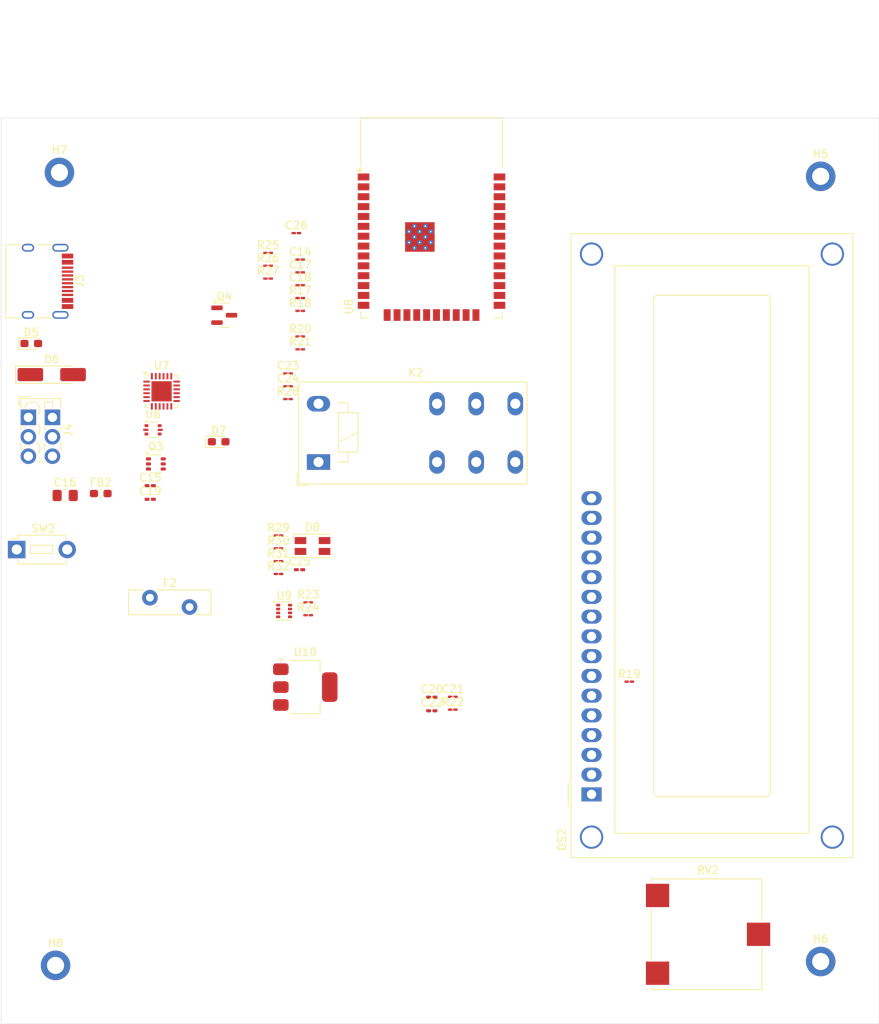
<source format=kicad_pcb>
(kicad_pcb (version 20240108) (generator "pcbnew") (generator_version "8.0")
  (layers (0 "F.Cu" signal) (31 "B.Cu" signal) (34 "B.Paste" user) (35 "F.Paste" user) (36 "B.SilkS" user "B.Silkscreen") (37 "F.SilkS" user "F.Silkscreen") (38 "B.Mask" user) (39 "F.Mask" user) (44 "Edge.Cuts" user))
  (net 0 "")
  (net 1 "+3.3V")
  (net 2 "Net-(U7-VPP)")
  (net 3 "EN")
  (net 4 "Net-(U10-VI)")
  (net 5 "Net-(U10-VO)")
  (net 6 "SW")
  (net 8 "Net-(D5-A)")
  (net 9 "Net-(D6-A)")
  (net 10 "Net-(D7-A)")
  (net 11 "Net-(D8-BK)")
  (net 12 "Net-(D8-RK)")
  (net 13 "Net-(D8-GK)")
  (net 14 "LCD_R{slash}W")
  (net 15 "DISP_6")
  (net 16 "DISP_5")
  (net 17 "LCD_E")
  (net 18 "DISP_3")
  (net 19 "DISP_7")
  (net 20 "LCD_RS")
  (net 21 "DISP_4")
  (net 22 "DISP_0")
  (net 23 "DISP_1")
  (net 24 "Net-(DS2-VO)")
  (net 25 "DISP_2")
  (net 26 "Net-(F2-Pad1)")
  (net 27 "Net-(J3-D+-PadA6)")
  (net 28 "Net-(J3-CC1)")
  (net 29 "Net-(J3-D--PadA7)")
  (net 32 "Net-(J3-CC2)")
  (net 33 "Net-(J4-Pin_1)")
  (net 34 "Net-(J4-Pin_3)")
  (net 35 "Net-(J4-Pin_2)")
  (net 36 "RTS")
  (net 37 "DTR")
  (net 38 "IO0")
  (net 39 "Net-(Q4-B)")
  (net 40 "Net-(U7-~{RST})")
  (net 41 "Net-(U7-TXD)")
  (net 42 "RX")
  (net 43 "Net-(U7-RXD)")
  (net 44 "TX")
  (net 45 "SDA")
  (net 46 "SCL")
  (net 47 "RELAY")
  (net 48 "/User_IO/LED_RED")
  (net 49 "/User_IO/LED_GREEN")
  (net 50 "/User_IO/LED_BLUE")
  (net 51 "Net-(U7-D-)")
  (net 52 "Net-(U7-D+)")
  (net 67 "LED_RED")
  (net 75 "LED_BLUE")
  (net 76 "LED_GREEN")
  (footprint "Resistor_SMD:R_01005_0402Metric_Pad0.57x0.30mm_HandSolder" (layer "F.Cu") (at 126.6975 100.15)
    (property "Reference" "R32" (at 0 -1 0) (layer "F.SilkS"))
    (property "Value" "10k")
    (pad "1" smd roundrect (at -0.3375 0) (size 0.575 0.3) (layers "F.Cu" "F.Mask") (net 50 "/User_IO/LED_BLUE"))
    (pad "2" smd roundrect (at 0.3375 0) (size 0.575 0.3) (layers "F.Cu" "F.Mask") (net 11 "Net-(D8-BK)"))
  )
  (footprint "Capacitor_SMD:C_01005_0402Metric_Pad0.57x0.30mm_HandSolder" (layer "F.Cu") (at 129.5 61.35)
    (property "Reference" "C17" (at 0 -1 0) (layer "F.SilkS"))
    (property "Value" "4u7")
    (pad "1" smd roundrect (at -0.3375 0) (size 0.575 0.3) (layers "F.Cu" "F.Mask") (net 2 "Net-(U7-VPP)"))
    (pad "2" smd roundrect (at 0.3375 0) (size 0.575 0.3) (layers "F.Cu" "F.Mask") (net 1 "+3.3V"))
  )
  (footprint "Resistor_SMD:R_01005_0402Metric_Pad0.57x0.30mm_HandSolder" (layer "F.Cu") (at 129.5 64.65)
    (property "Reference" "R17" (at 0 -1 0) (layer "F.SilkS"))
    (property "Value" "10k")
    (pad "1" smd roundrect (at -0.3375 0) (size 0.575 0.3) (layers "F.Cu" "F.Mask") (net 32 "Net-(J3-CC2)"))
    (pad "2" smd roundrect (at 0.3375 0) (size 0.575 0.3) (layers "F.Cu" "F.Mask") (net 1 "+3.3V"))
  )
  (footprint "LED_SMD:LED_0603_1608Metric_Pad1.05x0.95mm_HandSolder" (layer "F.Cu") (at 118.995 83.14)
    (property "Reference" "D7" (at 0 -1.43 0) (layer "F.SilkS"))
    (property "Value" "LED")
    (pad "1" smd roundrect (at -0.875 0) (size 1.05 0.95) (layers "F.Cu" "F.Paste" "F.Mask") (net 1 "+3.3V"))
    (pad "2" smd roundrect (at 0.875 0) (size 1.05 0.95) (layers "F.Cu" "F.Paste" "F.Mask") (net 10 "Net-(D7-A)"))
  )
  (footprint "MountingHole:MountingHole_2.2mm_M2_DIN965_Pad" (layer "F.Cu") (at 196.5 49)
    (property "Reference" "H5" (at 0 -2.9 0) (layer "F.SilkS"))
    (property "Value" "Hole_Pad")
    (pad "1" thru_hole circle (at 0 0) (size 3.8 3.8) (drill 2.2) (layers "*.Cu" "*.Mask") (net 1 "+3.3V"))
  )
  (footprint "Resistor_SMD:R_01005_0402Metric_Pad0.57x0.30mm_HandSolder" (layer "F.Cu") (at 126.6975 96.85)
    (property "Reference" "R30" (at 0 -1 0) (layer "F.SilkS"))
    (property "Value" "10k")
    (pad "1" smd roundrect (at -0.3375 0) (size 0.575 0.3) (layers "F.Cu" "F.Mask") (net 48 "/User_IO/LED_RED"))
    (pad "2" smd roundrect (at 0.3375 0) (size 0.575 0.3) (layers "F.Cu" "F.Mask") (net 12 "Net-(D8-RK)"))
  )
  (footprint "Button_Switch_THT:SW_PUSH_1P1T_6x3.5mm_H4.3_APEM_MJTP1243" (layer "F.Cu") (at 93 97)
    (property "Reference" "SW2" (at 3.42 -2.7 0) (layer "F.SilkS"))
    (property "Value" "SW_SPST")
    (pad "1" thru_hole rect (at 0 0 90) (size 2.25 2.25) (drill 1.3) (layers "*.Cu" "*.Mask") (net 1 "+3.3V"))
    (pad "2" thru_hole circle (at 6.5 0 90) (size 2.25 2.25) (drill 1.3) (layers "*.Cu" "*.Mask") (net 6 "SW"))
  )
  (footprint "Inductor_SMD:L_0603_1608Metric_Pad1.05x0.95mm_HandSolder" (layer "F.Cu") (at 103.82 89.8)
    (property "Reference" "FB2" (at 0 -1.43 0) (layer "F.SilkS"))
    (property "Value" "FerriteBead")
    (pad "1" smd roundrect (at -0.875 0) (size 1.05 0.95) (layers "F.Cu" "F.Paste" "F.Mask") (net 1 "+3.3V"))
    (pad "2" smd roundrect (at 0.875 0) (size 1.05 0.95) (layers "F.Cu" "F.Paste" "F.Mask") (net 26 "Net-(F2-Pad1)"))
  )
  (footprint "Package_TO_SOT_SMD:SOT-223-3_TabPin2" (layer "F.Cu") (at 130.15 114.7)
    (property "Reference" "U10" (at 0 -4.5 0) (layer "F.SilkS"))
    (property "Value" "LM1117MP-3.3")
    (pad "1" smd roundrect (at -3.15 -2.3) (size 2 1.5) (layers "F.Cu" "F.Paste" "F.Mask") (net 1 "+3.3V"))
    (pad "2" smd roundrect (at -3.15 0) (size 2 1.5) (layers "F.Cu" "F.Paste" "F.Mask") (net 5 "Net-(U10-VO)"))
    (pad "2" smd roundrect (at 3.15 0) (size 2 3.8) (layers "F.Cu" "F.Paste" "F.Mask") (net 5 "Net-(U10-VO)"))
    (pad "3" smd roundrect (at -3.15 2.3) (size 2 1.5) (layers "F.Cu" "F.Paste" "F.Mask") (net 4 "Net-(U10-VI)"))
  )
  (footprint "Package_DFN_QFN:QFN-24-1EP_4x4mm_P0.5mm_EP2.6x2.6mm" (layer "F.Cu") (at 111.65 76.65)
    (property "Reference" "U7" (at 0 -3.3 0) (layer "F.SilkS"))
    (property "Value" "CP2104")
    (pad "1" smd roundrect (at -1.9375 -1.25) (size 0.825 0.25) (layers "F.Cu" "F.Paste" "F.Mask"))
    (pad "2" smd roundrect (at -1.9375 -0.75) (size 0.825 0.25) (layers "F.Cu" "F.Paste" "F.Mask") (net 1 "+3.3V"))
    (pad "3" smd roundrect (at -1.9375 -0.25) (size 0.825 0.25) (layers "F.Cu" "F.Paste" "F.Mask") (net 52 "Net-(U7-D+)"))
    (pad "4" smd roundrect (at -1.9375 0.25) (size 0.825 0.25) (layers "F.Cu" "F.Paste" "F.Mask") (net 51 "Net-(U7-D-)"))
    (pad "5" smd roundrect (at -1.9375 0.75) (size 0.825 0.25) (layers "F.Cu" "F.Paste" "F.Mask") (net 1 "+3.3V"))
    (pad "6" smd roundrect (at -1.9375 1.25) (size 0.825 0.25) (layers "F.Cu" "F.Paste" "F.Mask") (net 1 "+3.3V"))
    (pad "7" smd roundrect (at -1.25 1.9375) (size 0.25 0.825) (layers "F.Cu" "F.Paste" "F.Mask") (net 1 "+3.3V"))
    (pad "8" smd roundrect (at -0.75 1.9375) (size 0.25 0.825) (layers "F.Cu" "F.Paste" "F.Mask") (net 1 "+3.3V"))
    (pad "9" smd roundrect (at -0.25 1.9375) (size 0.25 0.825) (layers "F.Cu" "F.Paste" "F.Mask") (net 40 "Net-(U7-~{RST})"))
    (pad "10" smd roundrect (at 0.25 1.9375) (size 0.25 0.825) (layers "F.Cu" "F.Paste" "F.Mask"))
    (pad "11" smd roundrect (at 0.75 1.9375) (size 0.25 0.825) (layers "F.Cu" "F.Paste" "F.Mask"))
    (pad "12" smd roundrect (at 1.25 1.9375) (size 0.25 0.825) (layers "F.Cu" "F.Paste" "F.Mask"))
    (pad "13" smd roundrect (at 1.9375 1.25) (size 0.825 0.25) (layers "F.Cu" "F.Paste" "F.Mask"))
    (pad "14" smd roundrect (at 1.9375 0.75) (size 0.825 0.25) (layers "F.Cu" "F.Paste" "F.Mask"))
    (pad "15" smd roundrect (at 1.9375 0.25) (size 0.825 0.25) (layers "F.Cu" "F.Paste" "F.Mask"))
    (pad "16" smd roundrect (at 1.9375 -0.25) (size 0.825 0.25) (layers "F.Cu" "F.Paste" "F.Mask") (net 2 "Net-(U7-VPP)"))
    (pad "17" smd roundrect (at 1.9375 -0.75) (size 0.825 0.25) (layers "F.Cu" "F.Paste" "F.Mask"))
    (pad "18" smd roundrect (at 1.9375 -1.25) (size 0.825 0.25) (layers "F.Cu" "F.Paste" "F.Mask"))
    (pad "19" smd roundrect (at 1.25 -1.9375) (size 0.25 0.825) (layers "F.Cu" "F.Paste" "F.Mask") (net 36 "RTS"))
    (pad "20" smd roundrect (at 0.75 -1.9375) (size 0.25 0.825) (layers "F.Cu" "F.Paste" "F.Mask") (net 43 "Net-(U7-RXD)"))
    (pad "21" smd roundrect (at 0.25 -1.9375) (size 0.25 0.825) (layers "F.Cu" "F.Paste" "F.Mask") (net 41 "Net-(U7-TXD)"))
    (pad "22" smd roundrect (at -0.25 -1.9375) (size 0.25 0.825) (layers "F.Cu" "F.Paste" "F.Mask"))
    (pad "23" smd roundrect (at -0.75 -1.9375) (size 0.25 0.825) (layers "F.Cu" "F.Paste" "F.Mask") (net 37 "DTR"))
    (pad "24" smd roundrect (at -1.25 -1.9375) (size 0.25 0.825) (layers "F.Cu" "F.Paste" "F.Mask"))
    (pad "25" smd rect (at 0 0) (size 2.6 2.6) (property pad_prop_heatsink) (layers "F.Cu" "F.Mask") (net 1 "+3.3V"))
  )
  (footprint "Resistor_SMD:R_01005_0402Metric_Pad0.57x0.30mm_HandSolder" (layer "F.Cu") (at 129.5 71.25)
    (property "Reference" "R21" (at 0 -1 0) (layer "F.SilkS"))
    (property "Value" "10k")
    (pad "1" smd roundrect (at -0.3375 0) (size 0.575 0.3) (layers "F.Cu" "F.Mask") (net 43 "Net-(U7-RXD)"))
    (pad "2" smd roundrect (at 0.3375 0) (size 0.575 0.3) (layers "F.Cu" "F.Mask") (net 44 "TX"))
  )
  (footprint "Connector_USB:USB_C_Receptacle_HRO_TYPE-C-31-M-12" (layer "F.Cu") (at 95.5 62.5 -90)
    (property "Reference" "J3" (at 0 -5.645 90) (layer "F.SilkS"))
    (property "Value" "USB_C_Receptacle_USB2.0_16P")
    (pad "" np_thru_hole circle (at -2.89 -2.6 270) (size 0.65 0.65) (drill 0.65) (layers "*.Cu" "*.Mask"))
    (pad "" np_thru_hole circle (at 2.89 -2.6 270) (size 0.65 0.65) (drill 0.65) (layers "*.Cu" "*.Mask"))
    (pad "A1" smd rect (at -3.25 -4.045 270) (size 0.6 1.45) (layers "F.Cu" "F.Paste" "F.Mask") (net 1 "+3.3V"))
    (pad "A4" smd rect (at -2.45 -4.045 270) (size 0.6 1.45) (layers "F.Cu" "F.Paste" "F.Mask") (net 1 "+3.3V"))
    (pad "A5" smd rect (at -1.25 -4.045 270) (size 0.3 1.45) (layers "F.Cu" "F.Paste" "F.Mask") (net 28 "Net-(J3-CC1)"))
    (pad "A6" smd rect (at -0.25 -4.045 270) (size 0.3 1.45) (layers "F.Cu" "F.Paste" "F.Mask") (net 27 "Net-(J3-D+-PadA6)"))
    (pad "A7" smd rect (at 0.25 -4.045 270) (size 0.3 1.45) (layers "F.Cu" "F.Paste" "F.Mask") (net 29 "Net-(J3-D--PadA7)"))
    (pad "A8" smd rect (at 1.25 -4.045 270) (size 0.3 1.45) (layers "F.Cu" "F.Paste" "F.Mask"))
    (pad "A9" smd rect (at 2.45 -4.045 270) (size 0.6 1.45) (layers "F.Cu" "F.Paste" "F.Mask") (net 1 "+3.3V"))
    (pad "A12" smd rect (at 3.25 -4.045 270) (size 0.6 1.45) (layers "F.Cu" "F.Paste" "F.Mask") (net 1 "+3.3V"))
    (pad "B1" smd rect (at 3.25 -4.045 270) (size 0.6 1.45) (layers "F.Cu" "F.Paste" "F.Mask") (net 1 "+3.3V"))
    (pad "B4" smd rect (at 2.45 -4.045 270) (size 0.6 1.45) (layers "F.Cu" "F.Paste" "F.Mask") (net 1 "+3.3V"))
    (pad "B5" smd rect (at 1.75 -4.045 270) (size 0.3 1.45) (layers "F.Cu" "F.Paste" "F.Mask") (net 32 "Net-(J3-CC2)"))
    (pad "B6" smd rect (at 0.75 -4.045 270) (size 0.3 1.45) (layers "F.Cu" "F.Paste" "F.Mask") (net 27 "Net-(J3-D+-PadA6)"))
    (pad "B7" smd rect (at -0.75 -4.045 270) (size 0.3 1.45) (layers "F.Cu" "F.Paste" "F.Mask") (net 29 "Net-(J3-D--PadA7)"))
    (pad "B8" smd rect (at -1.75 -4.045 270) (size 0.3 1.45) (layers "F.Cu" "F.Paste" "F.Mask"))
    (pad "B9" smd rect (at -2.45 -4.045 270) (size 0.6 1.45) (layers "F.Cu" "F.Paste" "F.Mask") (net 1 "+3.3V"))
    (pad "B12" smd rect (at -3.25 -4.045 270) (size 0.6 1.45) (layers "F.Cu" "F.Paste" "F.Mask") (net 1 "+3.3V"))
    (pad "S1" thru_hole oval (at -4.32 -3.13 270) (size 1 2.1) (drill oval 0.6 1.7) (layers "*.Cu" "*.Mask") (net 1 "+3.3V"))
    (pad "S1" thru_hole oval (at -4.32 1.05 270) (size 1 1.6) (drill oval 0.6 1.2) (layers "*.Cu" "*.Mask") (net 1 "+3.3V"))
    (pad "S1" thru_hole oval (at 4.32 -3.13 270) (size 1 2.1) (drill oval 0.6 1.7) (layers "*.Cu" "*.Mask") (net 1 "+3.3V"))
    (pad "S1" thru_hole oval (at 4.32 1.05 270) (size 1 1.6) (drill oval 0.6 1.2) (layers "*.Cu" "*.Mask") (net 1 "+3.3V"))
  )
  (footprint "Resistor_SMD:R_01005_0402Metric_Pad0.57x0.30mm_HandSolder" (layer "F.Cu") (at 129.5 66.3)
    (property "Reference" "R18" (at 0 -1 0) (layer "F.SilkS"))
    (property "Value" "10k")
    (pad "1" smd roundrect (at -0.3375 0) (size 0.575 0.3) (layers "F.Cu" "F.Mask") (net 28 "Net-(J3-CC1)"))
    (pad "2" smd roundrect (at 0.3375 0) (size 0.575 0.3) (layers "F.Cu" "F.Mask") (net 1 "+3.3V"))
  )
  (footprint "Capacitor_SMD:C_0201_0603Metric_Pad0.64x0.40mm_HandSolder" (layer "F.Cu") (at 146.4325 116)
    (property "Reference" "C20" (at 0 -1.05 0) (layer "F.SilkS"))
    (property "Value" "100n")
    (pad "1" smd roundrect (at -0.4075 0) (size 0.635 0.4) (layers "F.Cu" "F.Mask") (net 1 "+3.3V"))
    (pad "2" smd roundrect (at 0.4075 0) (size 0.635 0.4) (layers "F.Cu" "F.Mask") (net 3 "EN"))
  )
  (footprint "MountingHole:MountingHole_2.2mm_M2_DIN965_Pad" (layer "F.Cu") (at 98.5 48.5)
    (property "Reference" "H7" (at 0 -2.9 0) (layer "F.SilkS"))
    (property "Value" "Hole_Pad")
    (pad "1" thru_hole circle (at 0 0) (size 3.8 3.8) (drill 2.2) (layers "*.Cu" "*.Mask") (net 1 "+3.3V"))
  )
  (footprint "Resistor_SMD:R_01005_0402Metric_Pad0.57x0.30mm_HandSolder" (layer "F.Cu") (at 126.6975 98.5)
    (property "Reference" "R31" (at 0 -1 0) (layer "F.SilkS"))
    (property "Value" "10k")
    (pad "1" smd roundrect (at -0.3375 0) (size 0.575 0.3) (layers "F.Cu" "F.Mask") (net 49 "/User_IO/LED_GREEN"))
    (pad "2" smd roundrect (at 0.3375 0) (size 0.575 0.3) (layers "F.Cu" "F.Mask") (net 13 "Net-(D8-GK)"))
  )
  (footprint "Capacitor_SMD:C_01005_0402Metric_Pad0.57x0.30mm_HandSolder" (layer "F.Cu") (at 129.5 63)
    (property "Reference" "C18" (at 0 -1 0) (layer "F.SilkS"))
    (property "Value" "22u")
    (pad "1" smd roundrect (at -0.3375 0) (size 0.575 0.3) (layers "F.Cu" "F.Mask") (net 1 "+3.3V"))
    (pad "2" smd roundrect (at 0.3375 0) (size 0.575 0.3) (layers "F.Cu" "F.Mask") (net 1 "+3.3V"))
  )
  (footprint "Capacitor_SMD:C_0201_0603Metric_Pad0.64x0.40mm_HandSolder" (layer "F.Cu") (at 110.19 88.79)
    (property "Reference" "C15" (at 0 -1.05 0) (layer "F.SilkS"))
    (property "Value" "100n")
    (pad "1" smd roundrect (at -0.4075 0) (size 0.635 0.4) (layers "F.Cu" "F.Mask") (net 1 "+3.3V"))
    (pad "2" smd roundrect (at 0.4075 0) (size 0.635 0.4) (layers "F.Cu" "F.Mask") (net 1 "+3.3V"))
  )
  (footprint "Resistor_SMD:R_01005_0402Metric_Pad0.57x0.30mm_HandSolder" (layer "F.Cu") (at 130.5275 105.45)
    (property "Reference" "R24" (at 0 -1 0) (layer "F.SilkS"))
    (property "Value" "4K7")
    (pad "1" smd roundrect (at -0.3375 0) (size 0.575 0.3) (layers "F.Cu" "F.Mask") (net 1 "+3.3V"))
    (pad "2" smd roundrect (at 0.3375 0) (size 0.575 0.3) (layers "F.Cu" "F.Mask") (net 46 "SCL"))
  )
  (footprint "Resistor_SMD:R_01005_0402Metric_Pad0.57x0.30mm_HandSolder" (layer "F.Cu") (at 127.93 77.65)
    (property "Reference" "R28" (at 0 -1 0) (layer "F.SilkS"))
    (property "Value" "10k")
    (pad "1" smd roundrect (at -0.3375 0) (size 0.575 0.3) (layers "F.Cu" "F.Mask") (net 1 "+3.3V"))
    (pad "2" smd roundrect (at 0.3375 0) (size 0.575 0.3) (layers "F.Cu" "F.Mask") (net 10 "Net-(D7-A)"))
  )
  (footprint "Capacitor_SMD:C_01005_0402Metric_Pad0.57x0.30mm_HandSolder" (layer "F.Cu") (at 127.93 74.35)
    (property "Reference" "C23" (at 0 -1 0) (layer "F.SilkS"))
    (property "Value" "22u")
    (pad "1" smd roundrect (at -0.3375 0) (size 0.575 0.3) (layers "F.Cu" "F.Mask") (net 4 "Net-(U10-VI)"))
    (pad "2" smd roundrect (at 0.3375 0) (size 0.575 0.3) (layers "F.Cu" "F.Mask") (net 1 "+3.3V"))
  )
  (footprint "Capacitor_SMD:C_01005_0402Metric_Pad0.57x0.30mm_HandSolder" (layer "F.Cu") (at 127.93 76)
    (property "Reference" "C24" (at 0 -1 0) (layer "F.SilkS"))
    (property "Value" "22u")
    (pad "1" smd roundrect (at -0.3375 0) (size 0.575 0.3) (layers "F.Cu" "F.Mask") (net 5 "Net-(U10-VO)"))
    (pad "2" smd roundrect (at 0.3375 0) (size 0.575 0.3) (layers "F.Cu" "F.Mask") (net 1 "+3.3V"))
  )
  (footprint "MountingHole:MountingHole_2.2mm_M2_DIN965_Pad" (layer "F.Cu") (at 196.5 150)
    (property "Reference" "H6" (at 0 -2.9 0) (layer "F.SilkS"))
    (property "Value" "Hole_Pad")
    (pad "1" thru_hole circle (at 0 0) (size 3.8 3.8) (drill 2.2) (layers "*.Cu" "*.Mask") (net 1 "+3.3V"))
  )
  (footprint "Capacitor_SMD:C_01005_0402Metric_Pad0.57x0.30mm_HandSolder" (layer "F.Cu") (at 129 56.3)
    (property "Reference" "C26" (at 0 -1 0) (layer "F.SilkS"))
    (property "Value" "22u")
    (pad "1" smd roundrect (at -0.3375 0) (size 0.575 0.3) (layers "F.Cu" "F.Mask") (net 1 "+3.3V"))
    (pad "2" smd roundrect (at 0.3375 0) (size 0.575 0.3) (layers "F.Cu" "F.Mask") (net 1 "+3.3V"))
  )
  (footprint "LED_SMD:LED_0603_1608Metric_Pad1.05x0.95mm_HandSolder" (layer "F.Cu") (at 94.875 70.5)
    (property "Reference" "D5" (at 0 -1.43 360) (layer "F.SilkS"))
    (property "Value" "LED")
    (pad "1" smd roundrect (at -0.875 0) (size 1.05 0.95) (layers "F.Cu" "F.Paste" "F.Mask"))
    (pad "2" smd roundrect (at 0.875 0) (size 1.05 0.95) (layers "F.Cu" "F.Paste" "F.Mask") (net 8 "Net-(D5-A)"))
  )
  (footprint "Potentiometer_SMD:Potentiometer_ACP_CA14-VSMD_Vertical_Hole" (layer "F.Cu") (at 182 146.5)
    (property "Reference" "RV2" (at 0 -8.25 0) (layer "F.SilkS"))
    (property "Value" "R_Potentiometer")
    (pad "" np_thru_hole circle (at -0.2 0) (size 7 7) (drill 7) (layers "*.Cu" "*.Mask"))
    (pad "1" smd rect (at -6.5 5) (size 3 3) (layers "F.Cu" "F.Paste" "F.Mask") (net 1 "+3.3V"))
    (pad "2" smd rect (at 6.5 0) (size 3 3) (layers "F.Cu" "F.Paste" "F.Mask") (net 24 "Net-(DS2-VO)"))
    (pad "3" smd rect (at -6.5 -5) (size 3 3) (layers "F.Cu" "F.Paste" "F.Mask") (net 1 "+3.3V"))
  )
  (footprint "Resistor_SMD:R_01005_0402Metric_Pad0.57x0.30mm_HandSolder" (layer "F.Cu") (at 130.5275 103.8)
    (property "Reference" "R23" (at 0 -1 0) (layer "F.SilkS"))
    (property "Value" "4K7")
    (pad "1" smd roundrect (at -0.3375 0) (size 0.575 0.3) (layers "F.Cu" "F.Mask") (net 1 "+3.3V"))
    (pad "2" smd roundrect (at 0.3375 0) (size 0.575 0.3) (layers "F.Cu" "F.Mask") (net 45 "SDA"))
  )
  (footprint "LED_SMD:LED_RGB_Wuerth-PLCC4_3.2x2.8mm_150141M173100" (layer "F.Cu") (at 131.0775 96.55)
    (property "Reference" "D8" (at 0 -2.4 0) (layer "F.SilkS"))
    (property "Value" "LED_RGBA")
    (pad "1" smd rect (at 1.55 -0.7) (size 1.5 0.9) (layers "F.Cu" "F.Paste" "F.Mask") (net 12 "Net-(D8-RK)"))
    (pad "2" smd rect (at 1.55 0.7) (size 1.5 0.9) (layers "F.Cu" "F.Paste" "F.Mask") (net 13 "Net-(D8-GK)"))
    (pad "3" smd rect (at -1.55 -0.7) (size 1.5 0.9) (layers "F.Cu" "F.Paste" "F.Mask") (net 11 "Net-(D8-BK)"))
    (pad "4" smd rect (at -1.55 0.7) (size 1.5 0.9) (layers "F.Cu" "F.Paste" "F.Mask") (net 1 "+3.3V"))
  )
  (footprint "Package_TO_SOT_SMD:SOT-363_SC-70-6" (layer "F.Cu") (at 110.91 85.995)
    (property "Reference" "Q3" (at 0 -2.25 0) (layer "F.SilkS"))
    (property "Value" "UMH3N")
    (pad "1" smd roundrect (at -0.95 -0.65) (size 0.65 0.4) (layers "F.Cu" "F.Paste" "F.Mask") (net 37 "DTR"))
    (pad "2" smd roundrect (at -0.95 0) (size 0.65 0.4) (layers "F.Cu" "F.Paste" "F.Mask") (net 36 "RTS"))
    (pad "3" smd roundrect (at -0.95 0.65) (size 0.65 0.4) (layers "F.Cu" "F.Paste" "F.Mask") (net 36 "RTS"))
    (pad "4" smd roundrect (at 0.95 0.65) (size 0.65 0.4) (layers "F.Cu" "F.Paste" "F.Mask") (net 3 "EN"))
    (pad "5" smd roundrect (at 0.95 0) (size 0.65 0.4) (layers "F.Cu" "F.Paste" "F.Mask") (net 37 "DTR"))
    (pad "6" smd roundrect (at 0.95 -0.65) (size 0.65 0.4) (layers "F.Cu" "F.Paste" "F.Mask") (net 38 "IO0"))
  )
  (footprint "Diode_SMD:D_MiniMELF_Handsoldering" (layer "F.Cu") (at 97.5 74.5)
    (property "Reference" "D6" (at 0 -2 0) (layer "F.SilkS"))
    (property "Value" "LL4148")
    (pad "1" smd roundrect (at -2.75 0) (size 3.3 1.7) (layers "F.Cu" "F.Paste" "F.Mask") (roundrect_rratio 0.1470588235) (net 1 "+3.3V"))
    (pad "2" smd roundrect (at 2.75 0) (size 3.3 1.7) (layers "F.Cu" "F.Paste" "F.Mask") (roundrect_rratio 0.1470588235) (net 9 "Net-(D6-A)"))
  )
  (footprint "Package_TO_SOT_SMD:SOT-23" (layer "F.Cu") (at 119.72 66.865)
    (property "Reference" "Q4" (at 0 -2.4 0) (layer "F.SilkS"))
    (property "Value" "BC817")
    (pad "1" smd roundrect (at -0.9375 -0.95) (size 1.475 0.6) (layers "F.Cu" "F.Paste" "F.Mask") (net 39 "Net-(Q4-B)"))
    (pad "2" smd roundrect (at -0.9375 0.95) (size 1.475 0.6) (layers "F.Cu" "F.Paste" "F.Mask") (net 1 "+3.3V"))
    (pad "3" smd roundrect (at 0.9375 0) (size 1.475 0.6) (layers "F.Cu" "F.Paste" "F.Mask") (net 9 "Net-(D6-A)"))
  )
  (footprint "Relay_THT:Relay_SPDT_Schrack-RT1-16A-FormC_RM5mm" (layer "F.Cu") (at 131.85 85.75)
    (property "Reference" "K2" (at 12.5 -11.5 0) (layer "F.SilkS"))
    (property "Value" "Relay_SPDT")
    (pad "11" thru_hole oval (at 20.3 -7.5 180) (size 2 3) (drill 1.3) (layers "*.Cu" "*.Mask") (net 35 "Net-(J4-Pin_2)"))
    (pad "11" thru_hole oval (at 20.3 0 180) (size 2 3) (drill 1.3) (layers "*.Cu" "*.Mask") (net 35 "Net-(J4-Pin_2)"))
    (pad "12" thru_hole oval (at 15.26 -7.5 180) (size 2 3) (drill 1.3) (layers "*.Cu" "*.Mask") (net 33 "Net-(J4-Pin_1)"))
    (pad "12" thru_hole oval (at 15.26 0 180) (size 2 3) (drill 1.3) (layers "*.Cu" "*.Mask") (net 33 "Net-(J4-Pin_1)"))
    (pad "14" thru_hole oval (at 25.34 -7.5 180) (size 2 3) (drill 1.3) (layers "*.Cu" "*.Mask") (net 34 "Net-(J4-Pin_3)"))
    (pad "14" thru_hole oval (at 25.34 0 180) (size 2 3) (drill 1.3) (layers "*.Cu" "*.Mask") (net 34 "Net-(J4-Pin_3)"))
    (pad "A1" thru_hole rect (at 0 0 180) (size 3 2) (drill 1.3) (layers "*.Cu" "*.Mask") (net 1 "+3.3V"))
    (pad "A2" thru_hole oval (at 0 -7.5 180) (size 3 2) (drill 1.3) (layers "*.Cu" "*.Mask") (net 9 "Net-(D6-A)"))
  )
  (footprint "Capacitor_SMD:C_01005_0402Metric_Pad0.57x0.30mm_HandSolder" (layer "F.Cu") (at 149.1425 115.95)
    (property "Reference" "C21" (at 0 -1 0) (layer "F.SilkS"))
    (property "Value" "22u")
    (pad "1" smd roundrect (at -0.3375 0) (size 0.575 0.3) (layers "F.Cu" "F.Mask") (net 1 "+3.3V"))
    (pad "2" smd roundrect (at 0.3375 0) (size 0.575 0.3) (layers "F.Cu" "F.Mask") (net 1 "+3.3V"))
  )
  (footprint "Capacitor_SMD:C_0201_0603Metric_Pad0.64x0.40mm_HandSolder" (layer "F.Cu") (at 146.4325 117.75)
    (property "Reference" "C22" (at 0 -1.05 0) (layer "F.SilkS"))
    (property "Value" "100n")
    (pad "1" smd roundrect (at -0.4075 0) (size 0.635 0.4) (layers "F.Cu" "F.Mask") (net 1 "+3.3V"))
    (pad "2" smd roundrect (at 0.4075 0) (size 0.635 0.4) (layers "F.Cu" "F.Mask") (net 1 "+3.3V"))
  )
  (footprint "Capacitor_SMD:C_0805_2012Metric_Pad1.18x1.45mm_HandSolder" (layer "F.Cu") (at 99.24 90.05)
    (property "Reference" "C16" (at 0 -1.68 0) (layer "F.SilkS"))
    (property "Value" "4u7")
    (pad "1" smd roundrect (at -1.0375 0) (size 1.175 1.45) (layers "F.Cu" "F.Paste" "F.Mask") (roundrect_rratio 0.212766) (net 1 "+3.3V"))
    (pad "2" smd roundrect (at 1.0375 0) (size 1.175 1.45) (layers "F.Cu" "F.Paste" "F.Mask") (roundrect_rratio 0.212766) (net 1 "+3.3V"))
  )
  (footprint "TerminalBlock_Phoenix:TerminalBlock_Phoenix_PTSM-0,5-3-2.5-V-THR_1x03_P2.50mm_Vertical" (layer "F.Cu") (at 94.5 80 -90)
    (property "Reference" "J4" (at 1.65 -5.16 90) (layer "F.SilkS"))
    (property "Value" "Screw_Terminal_01x03")
    (pad "1" thru_hole rect (at 0 -3.1 270) (size 2 2) (drill 1.2) (layers "*.Cu" "*.Mask") (net 33 "Net-(J4-Pin_1)"))
    (pad "1" thru_hole rect (at 0 0 270) (size 2 2) (drill 1.2) (layers "*.Cu" "*.Mask") (net 33 "Net-(J4-Pin_1)"))
    (pad "2" thru_hole circle (at 2.5 -3.1 270) (size 2 2) (drill 1.2) (layers "*.Cu" "*.Mask") (net 35 "Net-(J4-Pin_2)"))
    (pad "2" thru_hole circle (at 2.5 0 270) (size 2 2) (drill 1.2) (layers "*.Cu" "*.Mask") (net 35 "Net-(J4-Pin_2)"))
    (pad "3" thru_hole circle (at 5 -3.1 270) (size 2 2) (drill 1.2) (layers "*.Cu" "*.Mask") (net 34 "Net-(J4-Pin_3)"))
    (pad "3" thru_hole circle (at 5 0 270) (size 2 2) (drill 1.2) (layers "*.Cu" "*.Mask") (net 34 "Net-(J4-Pin_3)"))
  )
  (footprint "Resistor_SMD:R_01005_0402Metric_Pad0.57x0.30mm_HandSolder" (layer "F.Cu") (at 129.5 69.6)
    (property "Reference" "R20" (at 0 -1 0) (layer "F.SilkS"))
    (property "Value" "10k")
    (pad "1" smd roundrect (at -0.3375 0) (size 0.575 0.3) (layers "F.Cu" "F.Mask") (net 41 "Net-(U7-TXD)"))
    (pad "2" smd roundrect (at 0.3375 0) (size 0.575 0.3) (layers "F.Cu" "F.Mask") (net 42 "RX"))
  )
  (footprint "RF_Module:ESP32-WROOM-32D" (layer "F.Cu") (at 146.4 57.33)
    (property "Reference" "U8" (at -10.61 8.43 90) (layer "F.SilkS"))
    (property "Value" "ESP32-WROOM-32D")
    (pad "1" smd rect (at -8.75 -8.25) (size 1.5 0.9) (layers "F.Cu" "F.Paste" "F.Mask") (net 1 "+3.3V"))
    (pad "2" smd rect (at -8.75 -6.98) (size 1.5 0.9) (layers "F.Cu" "F.Paste" "F.Mask") (net 1 "+3.3V"))
    (pad "3" smd rect (at -8.75 -5.71) (size 1.5 0.9) (layers "F.Cu" "F.Paste" "F.Mask") (net 3 "EN"))
    (pad "4" smd rect (at -8.75 -4.44) (size 1.5 0.9) (layers "F.Cu" "F.Paste" "F.Mask"))
    (pad "5" smd rect (at -8.75 -3.17) (size 1.5 0.9) (layers "F.Cu" "F.Paste" "F.Mask"))
    (pad "6" smd rect (at -8.75 -1.9) (size 1.5 0.9) (layers "F.Cu" "F.Paste" "F.Mask") (net 46 "SCL"))
    (pad "7" smd rect (at -8.75 -0.63) (size 1.5 0.9) (layers "F.Cu" "F.Paste" "F.Mask") (net 47 "RELAY"))
    (pad "8" smd rect (at -8.75 0.64) (size 1.5 0.9) (layers "F.Cu" "F.Paste" "F.Mask") (net 6 "SW"))
    (pad "9" smd rect (at -8.75 1.91) (size 1.5 0.9) (layers "F.Cu" "F.Paste" "F.Mask") (net 45 "SDA"))
    (pad "10" smd rect (at -8.75 3.18) (size 1.5 0.9) (layers "F.Cu" "F.Paste" "F.Mask") (net 25 "DISP_2"))
    (pad "11" smd rect (at -8.75 4.45) (size 1.5 0.9) (layers "F.Cu" "F.Paste" "F.Mask") (net 23 "DISP_1"))
    (pad "12" smd rect (at -8.75 5.72) (size 1.5 0.9) (layers "F.Cu" "F.Paste" "F.Mask") (net 22 "DISP_0"))
    (pad "13" smd rect (at -8.75 6.99) (size 1.5 0.9) (layers "F.Cu" "F.Paste" "F.Mask") (net 76 "LED_GREEN"))
    (pad "14" smd rect (at -8.75 8.26) (size 1.5 0.9) (layers "F.Cu" "F.Paste" "F.Mask"))
    (pad "15" smd rect (at -5.71 9.51 90) (size 1.5 0.9) (layers "F.Cu" "F.Paste" "F.Mask") (net 1 "+3.3V"))
    (pad "16" smd rect (at -4.44 9.51 90) (size 1.5 0.9) (layers "F.Cu" "F.Paste" "F.Mask") (net 67 "LED_RED"))
    (pad "17" smd rect (at -3.17 9.51 90) (size 1.5 0.9) (layers "F.Cu" "F.Paste" "F.Mask"))
    (pad "18" smd rect (at -1.9 9.51 90) (size 1.5 0.9) (layers "F.Cu" "F.Paste" "F.Mask"))
    (pad "19" smd rect (at -0.63 9.51 90) (size 1.5 0.9) (layers "F.Cu" "F.Paste" "F.Mask"))
    (pad "20" smd rect (at 0.64 9.51 90) (size 1.5 0.9) (layers "F.Cu" "F.Paste" "F.Mask"))
    (pad "21" smd rect (at 1.91 9.51 90) (size 1.5 0.9) (layers "F.Cu" "F.Paste" "F.Mask"))
    (pad "22" smd rect (at 3.18 9.51 90) (size 1.5 0.9) (layers "F.Cu" "F.Paste" "F.Mask"))
    (pad "23" smd rect (at 4.45 9.51 90) (size 1.5 0.9) (layers "F.Cu" "F.Paste" "F.Mask") (net 75 "LED_BLUE"))
    (pad "24" smd rect (at 5.72 9.51 90) (size 1.5 0.9) (layers "F.Cu" "F.Paste" "F.Mask"))
    (pad "25" smd rect (at 8.75 8.26) (size 1.5 0.9) (layers "F.Cu" "F.Paste" "F.Mask") (net 38 "IO0"))
    (pad "26" smd rect (at 8.75 6.99) (size 1.5 0.9) (layers "F.Cu" "F.Paste" "F.Mask") (net 17 "LCD_E"))
    (pad "27" smd rect (at 8.75 5.72) (size 1.5 0.9) (layers "F.Cu" "F.Paste" "F.Mask") (net 20 "LCD_RS"))
    (pad "28" smd rect (at 8.75 4.45) (size 1.5 0.9) (layers "F.Cu" "F.Paste" "F.Mask") (net 14 "LCD_R{slash}W"))
    (pad "29" smd rect (at 8.75 3.18) (size 1.5 0.9) (layers "F.Cu" "F.Paste" "F.Mask"))
    (pad "30" smd rect (at 8.75 1.91) (size 1.5 0.9) (layers "F.Cu" "F.Paste" "F.Mask") (net 19 "DISP_7"))
    (pad "31" smd rect (at 8.75 0.64) (size 1.5 0.9) (layers "F.Cu" "F.Paste" "F.Mask") (net 15 "DISP_6"))
    (pad "32" smd rect (at 8.75 -0.63) (size 1.5 0.9) (layers "F.Cu" "F.Paste" "F.Mask"))
    (pad "33" smd rect (at 8.75 -1.9) (size 1.5 0.9) (layers "F.Cu" "F.Paste" "F.Mask") (net 16 "DISP_5"))
    (pad "34" smd rect (at 8.75 -3.17) (size 1.5 0.9) (layers "F.Cu" "F.Paste" "F.Mask") (net 44 "TX"))
    (pad "35" smd rect (at 8.75 -4.44) (size 1.5 0.9) (layers "F.Cu" "F.Paste" "F.Mask") (net 42 "RX"))
    (pad "36" smd rect (at 8.75 -5.71) (size 1.5 0.9) (layers "F.Cu" "F.Paste" "F.Mask") (net 21 "DISP_4"))
    (pad "37" smd rect (at 8.75 -6.98) (size 1.5 0.9) (layers "F.Cu" "F.Paste" "F.Mask") (net 18 "DISP_3"))
    (pad "38" smd rect (at 8.75 -8.25) (size 1.5 0.9) (layers "F.Cu" "F.Paste" "F.Mask") (net 1 "+3.3V"))
    (pad "39" smd rect (at -2.9 -1.93) (size 0.9 0.9) (layers "F.Cu" "F.Paste") (net 1 "+3.3V"))
    (pad "39" thru_hole circle (at -2.9 -1.23) (size 0.6 0.6) (drill 0.2) (property pad_prop_heatsink) (layers "*.Cu" "F.Mask") (net 1 "+3.3V"))
    (pad "39" smd rect (at -2.9 -0.53) (size 0.9 0.9) (layers "F.Cu" "F.Paste") (net 1 "+3.3V"))
    (pad "39" thru_hole circle (at -2.9 0.17) (size 0.6 0.6) (drill 0.2) (property pad_prop_heatsink) (layers "*.Cu" "F.Mask") (net 1 "+3.3V"))
    (pad "39" smd rect (at -2.9 0.87) (size 0.9 0.9) (layers "F.Cu" "F.Paste") (net 1 "+3.3V"))
    (pad "39" thru_hole circle (at -2.2 -1.93) (size 0.6 0.6) (drill 0.2) (property pad_prop_heatsink) (layers "*.Cu" "F.Mask") (net 1 "+3.3V"))
    (pad "39" thru_hole circle (at -2.2 -0.53) (size 0.6 0.6) (drill 0.2) (property pad_prop_heatsink) (layers "*.Cu" "F.Mask") (net 1 "+3.3V"))
    (pad "39" thru_hole circle (at -2.2 0.87) (size 0.6 0.6) (drill 0.2) (property pad_prop_heatsink) (layers "*.Cu" "F.Mask") (net 1 "+3.3V"))
    (pad "39" thru_hole circle (at -1.525 -1.23) (size 0.6 0.6) (drill 0.2) (property pad_prop_heatsink) (layers "*.Cu" "F.Mask") (net 1 "+3.3V"))
    (pad "39" thru_hole circle (at -1.525 0.17) (size 0.6 0.6) (drill 0.2) (property pad_prop_heatsink) (layers "*.Cu" "F.Mask") (net 1 "+3.3V"))
    (pad "39" smd rect (at -1.5 -1.93) (size 0.9 0.9) (layers "F.Cu" "F.Paste") (net 1 "+3.3V"))
    (pad "39" smd rect (at -1.5 -0.53) (size 0.9 0.9) (layers "F.Cu" "F.Paste") (net 1 "+3.3V"))
    (pad "39" smd rect (at -1.5 -0.53) (size 3.8 3.8) (layers "F.Cu" "F.Mask") (net 1 "+3.3V"))
    (pad "39" smd rect (at -1.5 0.87) (size 0.9 0.9) (layers "F.Cu" "F.Paste") (net 1 "+3.3V"))
    (pad "39" thru_hole circle (at -0.8 -1.93) (size 0.6 0.6) (drill 0.2) (property pad_prop_heatsink) (layers "*.Cu" "F.Mask") (net 1 "+3.3V"))
    (pad "39" thru_hole circle (at -0.8 -0.53) (size 0.6 0.6) (drill 0.2) (property pad_prop_heatsink) (layers "*.Cu" "F.Mask") (net 1 "+3.3V"))
    (pad "39" thru_hole circle (at -0.8 0.87) (size 0.6 0.6) (drill 0.2) (property pad_prop_heatsink) (layers "*.Cu" "F.Mask") (net 1 "+3.3V"))
    (pad "39" smd rect (at -0.1 -1.93) (size 0.9 0.9) (layers "F.Cu" "F.Paste") (net 1 "+3.3V"))
    (pad "39" thru_hole circle (at -0.1 -1.23) (size 0.6 0.6) (drill 0.2) (property pad_prop_heatsink) (layers "*.Cu" "F.Mask") (net 1 "+3.3V"))
    (pad "39" smd rect (at -0.1 -0.53) (size 0.9 0.9) (layers "F.Cu" "F.Paste") (net 1 "+3.3V"))
    (pad "39" thru_hole circle (at -0.1 0.17) (size 0.6 0.6) (drill 0.2) (property pad_prop_heatsink) (layers "*.Cu" "F.Mask") (net 1 "+3.3V"))
    (pad "39" smd rect (at -0.1 0.87) (size 0.9 0.9) (layers "F.Cu" "F.Paste") (net 1 "+3.3V"))
  )
  (footprint "Fuse:Fuse_Bourns_MF-RG500" (layer "F.Cu") (at 110.15 103.2)
    (property "Reference" "F2" (at 2.55 -1.9 0) (layer "F.SilkS"))
    (property "Value" "Polyfuse")
    (pad "1" thru_hole circle (at 0 0) (size 2.01 2.01) (drill 1.01) (layers "*.Cu" "*.Mask") (net 26 "Net-(F2-Pad1)"))
    (pad "2" thru_hole circle (at 5.1 1.2) (size 2.01 2.01) (drill 1.01) (layers "*.Cu" "*.Mask") (net 1 "+3.3V"))
  )
  (footprint "Resistor_SMD:R_01005_0402Metric_Pad0.57x0.30mm_HandSolder" (layer "F.Cu") (at 125.3625 58.85)
    (property "Reference" "R25" (at 0 -1 0) (layer "F.SilkS"))
    (property "Value" "4K7")
    (pad "1" smd roundrect (at -0.3375 0) (size 0.575 0.3) (layers "F.Cu" "F.Mask") (net 47 "RELAY"))
    (pad "2" smd roundrect (at 0.3375 0) (size 0.575 0.3) (layers "F.Cu" "F.Mask") (net 39 "Net-(Q4-B)"))
  )
  (footprint "Resistor_SMD:R_01005_0402Metric_Pad0.57x0.30mm_HandSolder" (layer "F.Cu") (at 149.1425 117.6)
    (property "Reference" "R22" (at 0 -1 0) (layer "F.SilkS"))
    (property "Value" "10k")
    (pad "1" smd roundrect (at -0.3375 0) (size 0.575 0.3) (layers "F.Cu" "F.Mask") (net 1 "+3.3V"))
    (pad "2" smd roundrect (at 0.3375 0) (size 0.575 0.3) (layers "F.Cu" "F.Mask") (net 3 "EN"))
  )
  (footprint "Capacitor_SMD:C_0201_0603Metric_Pad0.64x0.40mm_HandSolder" (layer "F.Cu") (at 129.4075 99.6)
    (property "Reference" "C25" (at 0 -1.05 0) (layer "F.SilkS"))
    (property "Value" "100n")
    (pad "1" smd roundrect (at -0.4075 0) (size 0.635 0.4) (layers "F.Cu" "F.Mask") (net 1 "+3.3V"))
    (pad "2" smd roundrect (at 0.4075 0) (size 0.635 0.4) (layers "F.Cu" "F.Mask") (net 6 "SW"))
  )
  (footprint "Resistor_SMD:R_01005_0402Metric_Pad0.57x0.30mm_HandSolder" (layer "F.Cu") (at 126.6975 95.2)
    (property "Reference" "R29" (at 0 -1 0) (layer "F.SilkS"))
    (property "Value" "10k")
    (pad "1" smd roundrect (at -0.3375 0) (size 0.575 0.3) (layers "F.Cu" "F.Mask") (net 1 "+3.3V"))
    (pad "2" smd roundrect (at 0.3375 0) (size 0.575 0.3) (layers "F.Cu" "F.Mask") (net 6 "SW"))
  )
  (footprint "Resistor_SMD:R_01005_0402Metric_Pad0.57x0.30mm_HandSolder" (layer "F.Cu") (at 125.3625 62.15)
    (property "Reference" "R27" (at 0 -1 0) (layer "F.SilkS"))
    (property "Value" "4K7")
    (pad "1" smd roundrect (at -0.3375 0) (size 0.575 0.3) (layers "F.Cu" "F.Mask") (net 39 "Net-(Q4-B)"))
    (pad "2" smd roundrect (at 0.3375 0) (size 0.575 0.3) (layers "F.Cu" "F.Mask") (net 1 "+3.3V"))
  )
  (footprint "Package_TO_SOT_SMD:SOT-666" (layer "F.Cu") (at 110.55 81.605)
    (property "Reference" "U6" (at 0 -2 0) (layer "F.SilkS"))
    (property "Value" "USBLC6-2P6")
    (pad "1" smd roundrect (at -0.85 -0.5375) (size 0.5 0.375) (layers "F.Cu" "F.Paste" "F.Mask") (net 27 "Net-(J3-D+-PadA6)"))
    (pad "2" smd roundrect (at -0.925 0) (size 0.65 0.3) (layers "F.Cu" "F.Paste" "F.Mask") (net 1 "+3.3V"))
    (pad "3" smd roundrect (at -0.85 0.5375) (size 0.5 0.375) (layers "F.Cu" "F.Paste" "F.Mask") (net 52 "Net-(U7-D+)"))
    (pad "4" smd roundrect (at 0.85 0.5375) (size 0.5 0.375) (layers "F.Cu" "F.Paste" "F.Mask") (net 51 "Net-(U7-D-)"))
    (pad "5" smd roundrect (at 0.925 0) (size 0.65 0.3) (layers "F.Cu" "F.Paste" "F.Mask") (net 1 "+3.3V"))
    (pad "6" smd roundrect (at 0.85 -0.5375) (size 0.5 0.375) (layers "F.Cu" "F.Paste" "F.Mask") (net 29 "Net-(J3-D--PadA7)"))
  )
  (footprint "Resistor_SMD:R_01005_0402Metric_Pad0.57x0.30mm_HandSolder" (layer "F.Cu") (at 171.8625 114)
    (property "Reference" "R19" (at 0 -1 0) (layer "F.SilkS"))
    (property "Value" "10k")
    (pad "1" smd roundrect (at -0.3375 0) (size 0.575 0.3) (layers "F.Cu" "F.Mask") (net 1 "+3.3V"))
    (pad "2" smd roundrect (at 0.3375 0) (size 0.575 0.3) (layers "F.Cu" "F.Mask") (net 40 "Net-(U7-~{RST})"))
  )
  (footprint "OptoDevice:Broadcom_LGA-8_2x2mm_P0.5mm" (layer "F.Cu") (at 127.4225 104.905)
    (property "Reference" "U9" (at 0 -1.95 0) (layer "F.SilkS"))
    (property "Value" "APDS-9251-001")
    (pad "1" smd roundrect (at -0.7625 -0.75) (size 0.525 0.35) (layers "F.Cu" "F.Paste" "F.Mask"))
    (pad "2" smd roundrect (at -0.7625 -0.25) (size 0.525 0.35) (layers "F.Cu" "F.Paste" "F.Mask") (net 1 "+3.3V"))
    (pad "3" smd roundrect (at -0.7625 0.25) (size 0.525 0.35) (layers "F.Cu" "F.Paste" "F.Mask") (net 1 "+3.3V"))
    (pad "4" smd roundrect (at -0.7625 0.75) (size 0.525 0.35) (layers "F.Cu" "F.Paste" "F.Mask"))
    (pad "5" smd roundrect (at 0.7625 0.75) (size 0.525 0.35) (layers "F.Cu" "F.Paste" "F.Mask") (net 45 "SDA"))
    (pad "6" smd roundrect (at 0.7625 0.25) (size 0.525 0.35) (layers "F.Cu" "F.Paste" "F.Mask") (net 46 "SCL"))
    (pad "7" smd roundrect (at 0.7625 -0.25) (size 0.525 0.35) (layers "F.Cu" "F.Paste" "F.Mask"))
    (pad "8" smd roundrect (at 0.7625 -0.75) (size 0.525 0.35) (layers "F.Cu" "F.Paste" "F.Mask"))
  )
  (footprint "Capacitor_SMD:C_01005_0402Metric_Pad0.57x0.30mm_HandSolder" (layer "F.Cu") (at 129.5 59.7)
    (property "Reference" "C14" (at 0 -1 0) (layer "F.SilkS"))
    (property "Value" "22u")
    (pad "1" smd roundrect (at -0.3375 0) (size 0.575 0.3) (layers "F.Cu" "F.Mask") (net 1 "+3.3V"))
    (pad "2" smd roundrect (at 0.3375 0) (size 0.575 0.3) (layers "F.Cu" "F.Mask") (net 1 "+3.3V"))
  )
  (footprint "Resistor_SMD:R_01005_0402Metric_Pad0.57x0.30mm_HandSolder" (layer "F.Cu") (at 125.3625 60.5)
    (property "Reference" "R26" (at 0 -1 0) (layer "F.SilkS"))
    (property "Value" "4K7")
    (pad "1" smd roundrect (at -0.3375 0) (size 0.575 0.3) (layers "F.Cu" "F.Mask") (net 8 "Net-(D5-A)"))
    (pad "2" smd roundrect (at 0.3375 0) (size 0.575 0.3) (layers "F.Cu" "F.Mask") (net 1 "+3.3V"))
  )
  (footprint "MountingHole:MountingHole_2.2mm_M2_DIN965_Pad" (layer "F.Cu") (at 98 150.5)
    (property "Reference" "H8" (at 0 -2.9 0) (layer "F.SilkS"))
    (property "Value" "Hole_Pad")
    (pad "1" thru_hole circle (at 0 0) (size 3.8 3.8) (drill 2.2) (layers "*.Cu" "*.Mask") (net 1 "+3.3V"))
  )
  (footprint "Display:WC1602A" (layer "F.Cu") (at 166.9993 128.5009 90)
    (property "Reference" "DS2" (at -5.82 -3.81 270) (layer "F.SilkS"))
    (property "Value" "WC1602A")
    (pad "" thru_hole circle (at -5.4991 0 90) (size 3 3) (drill 2.5) (layers "*.Cu" "*.Mask"))
    (pad "" thru_hole circle (at -5.4991 31.0007 90) (size 3 3) (drill 2.5) (layers "*.Cu" "*.Mask"))
    (pad "" thru_hole circle (at 69.49948 31.0007 90) (size 3 3) (drill 2.5) (layers "*.Cu" "*.Mask"))
    (pad "" thru_hole circle (at 69.5 0 90) (size 3 3) (drill 2.5) (layers "*.Cu" "*.Mask"))
    (pad "1" thru_hole rect (at 0 0 90) (size 1.8 2.6) (drill 1.2) (layers "*.Cu" "*.Mask") (net 1 "+3.3V"))
    (pad "2" thru_hole oval (at 2.54 0 90) (size 1.8 2.6) (drill 1.2) (layers "*.Cu" "*.Mask") (net 1 "+3.3V"))
    (pad "3" thru_hole oval (at 5.08 0 90) (size 1.8 2.6) (drill 1.2) (layers "*.Cu" "*.Mask") (net 24 "Net-(DS2-VO)"))
    (pad "4" thru_hole oval (at 7.62 0 90) (size 1.8 2.6) (drill 1.2) (layers "*.Cu" "*.Mask") (net 20 "LCD_RS"))
    (pad "5" thru_hole oval (at 10.16 0 90) (size 1.8 2.6) (drill 1.2) (layers "*.Cu" "*.Mask") (net 14 "LCD_R{slash}W"))
    (pad "6" thru_hole oval (at 12.7 0 90) (size 1.8 2.6) (drill 1.2) (layers "*.Cu" "*.Mask") (net 17 "LCD_E"))
    (pad "7" thru_hole oval (at 15.24 0 90) (size 1.8 2.6) (drill 1.2) (layers "*.Cu" "*.Mask") (net 22 "DISP_0"))
    (pad "8" thru_hole oval (at 17.78 0 90) (size 1.8 2.6) (drill 1.2) (layers "*.Cu" "*.Mask") (net 23 "DISP_1"))
    (pad "9" thru_hole oval (at 20.32 0 90) (size 1.8 2.6) (drill 1.2) (layers "*.Cu" "*.Mask") (net 25 "DISP_2"))
    (pad "10" thru_hole oval (at 22.86 0 90) (size 1.8 2.6) (drill 1.2) (layers "*.Cu" "*.Mask") (net 18 "DISP_3"))
    (pad "11" thru_hole oval (at 25.4 0 90) (size 1.8 2.6) (drill 1.2) (layers "*.Cu" "*.Mask") (net 21 "DISP_4"))
    (pad "12" thru_hole oval (at 27.94 0 90) (size 1.8 2.6) (drill 1.2) (layers "*.Cu" "*.Mask") (net 16 "DISP_5"))
    (pad "13" thru_hole oval (at 30.48 0 90) (size 1.8 2.6) (drill 1.2) (layers "*.Cu" "*.Mask") (net 15 "DISP_6"))
    (pad "14" thru_hole oval (at 33.02 0 90) (size 1.8 2.6) (drill 1.2) (layers "*.Cu" "*.Mask") (net 19 "DISP_7"))
    (pad "15" thru_hole oval (at 35.56 0 90) (size 1.8 2.6) (drill 1.2) (layers "*.Cu" "*.Mask") (net 1 "+3.3V"))
    (pad "16" thru_hole oval (at 38.1 0 90) (size 1.8 2.6) (drill 1.2) (layers "*.Cu" "*.Mask") (net 1 "+3.3V"))
  )
  (footprint "Capacitor_SMD:C_0201_0603Metric_Pad0.64x0.40mm_HandSolder" (layer "F.Cu") (at 110.19 90.54)
    (property "Reference" "C19" (at 0 -1.05 0) (layer "F.SilkS"))
    (property "Value" "100n")
    (pad "1" smd roundrect (at -0.4075 0) (size 0.635 0.4) (layers "F.Cu" "F.Mask") (net 1 "+3.3V"))
    (pad "2" smd roundrect (at 0.4075 0) (size 0.635 0.4) (layers "F.Cu" "F.Mask") (net 1 "+3.3V"))
  )
  (gr_rect (start 91 41.5) (end 204 158) (stroke (width 0.05)) (fill none) (layer "Edge.Cuts"))
)
</source>
